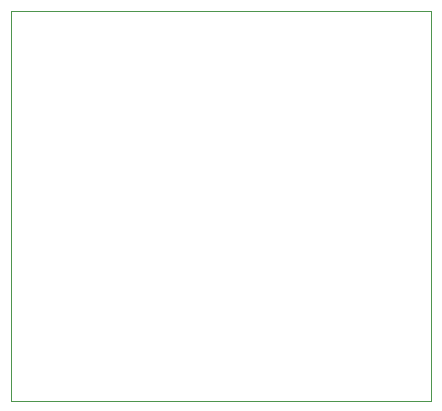
<source format=gbr>
G04 #@! TF.GenerationSoftware,KiCad,Pcbnew,(5.1.9-0-10_14)*
G04 #@! TF.CreationDate,2021-04-04T17:46:36+02:00*
G04 #@! TF.ProjectId,wson8,77736f6e-382e-46b6-9963-61645f706362,rev?*
G04 #@! TF.SameCoordinates,Original*
G04 #@! TF.FileFunction,Profile,NP*
%FSLAX46Y46*%
G04 Gerber Fmt 4.6, Leading zero omitted, Abs format (unit mm)*
G04 Created by KiCad (PCBNEW (5.1.9-0-10_14)) date 2021-04-04 17:46:36*
%MOMM*%
%LPD*%
G01*
G04 APERTURE LIST*
G04 #@! TA.AperFunction,Profile*
%ADD10C,0.100000*%
G04 #@! TD*
G04 APERTURE END LIST*
D10*
X125730000Y-88900000D02*
X125730000Y-121920000D01*
X90170000Y-88900000D02*
X125730000Y-88900000D01*
X90170000Y-121920000D02*
X90170000Y-88900000D01*
X125730000Y-121920000D02*
X90170000Y-121920000D01*
M02*

</source>
